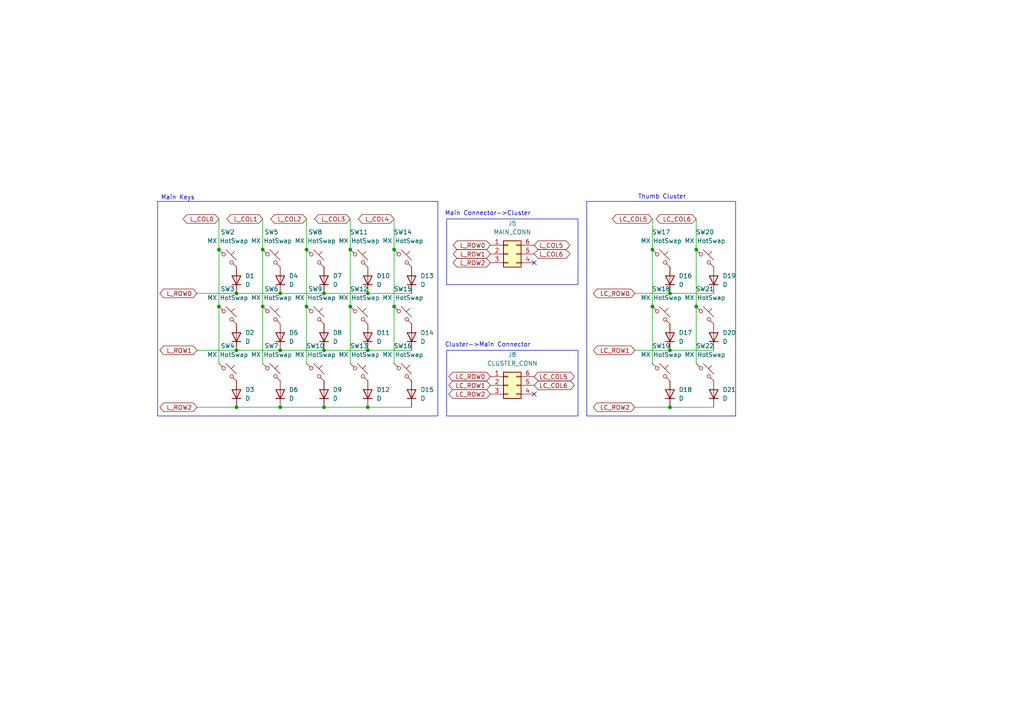
<source format=kicad_sch>
(kicad_sch (version 20250114) (generator "eeschema") (generator_version "9.0")
  (paper "A4")
  (lib_symbols
    (symbol "Connector_Generic:Conn_02x03_Counter_Clockwise" (pin_names (offset 1.016) (hide yes))
      (property "Reference" "J" (at 1.27 5.08 0))
      (property "Value" "Conn_02x03_Counter_Clockwise" (at 1.27 -5.08 0))
      (symbol "Conn_02x03_Counter_Clockwise_1_1"
        (rectangle (start -1.27 3.81) (end 3.81 -3.81) (stroke (width 0.254)) (fill (type background)))
        (rectangle (start -1.27 2.667) (end 0 2.413) (stroke (width 0.1524)))
        (rectangle (start -1.27 0.127) (end 0 -0.127) (stroke (width 0.1524)))
        (rectangle (start -1.27 -2.413) (end 0 -2.667) (stroke (width 0.1524)))
        (rectangle (start 3.81 2.667) (end 2.54 2.413) (stroke (width 0.1524)))
        (rectangle (start 3.81 0.127) (end 2.54 -0.127) (stroke (width 0.1524)))
        (rectangle (start 3.81 -2.413) (end 2.54 -2.667) (stroke (width 0.1524)))
        (pin passive line (at -5.08 2.54 0) (length 3.81) (name "Pin_1") (number "1"))
        (pin passive line (at -5.08 0 0) (length 3.81) (name "Pin_2") (number "2"))
        (pin passive line (at -5.08 -2.54 0) (length 3.81) (name "Pin_3") (number "3"))
        (pin passive line (at 7.62 2.54 180) (length 3.81) (name "Pin_6") (number "6"))
        (pin passive line (at 7.62 0 180) (length 3.81) (name "Pin_5") (number "5"))
        (pin passive line (at 7.62 -2.54 180) (length 3.81) (name "Pin_4") (number "4"))
      )
    )
    (symbol "Device:D" (pin_numbers (hide yes)) (pin_names (offset 1.016) (hide yes))
      (property "Reference" "D" (at 0 2.54 0))
      (property "Value" "D" (at 0 -2.54 0))
      (symbol "D_0_1"
        (polyline (pts (xy -1.27 1.27) (xy -1.27 -1.27)) (stroke (width 0.254)))
        (polyline (pts (xy 1.27 1.27) (xy 1.27 -1.27) (xy -1.27 0) (xy 1.27 1.27)) (stroke (width 0.254)))
        (polyline (pts (xy 1.27 0) (xy -1.27 0)))
      )
      (symbol "D_1_1"
        (pin passive line (at -3.81 0 0) (length 2.54) (name "K") (number "1"))
        (pin passive line (at 3.81 0 180) (length 2.54) (name "A") (number "2"))
      )
    )
    (symbol "Switch:SW_Push_45deg" (pin_numbers (hide yes)) (pin_names (offset 1.016) (hide yes))
      (property "Reference" "SW" (at 3.048 1.016 0))
      (property "Value" "SW_Push_45deg" (at 0 -3.81 0))
      (symbol "SW_Push_45deg_0_1"
        (polyline (pts (xy -2.54 2.54) (xy -1.524 1.524) (xy -1.524 1.524)))
        (circle (center -1.1684 1.1684) (radius 0.508))
        (polyline (pts (xy -0.508 2.54) (xy 2.54 -0.508)))
        (polyline (pts (xy 1.016 1.016) (xy 2.032 2.032)))
        (circle (center 1.143 -1.1938) (radius 0.508))
        (polyline (pts (xy 1.524 -1.524) (xy 2.54 -2.54) (xy 2.54 -2.54) (xy 2.54 -2.54)))
        (pin passive line (at -2.54 2.54 0) (length 0) (name "1") (number "1"))
        (pin passive line (at 2.54 -2.54 180) (length 0) (name "2") (number "2"))
      )
    )
  )
  (rectangle (start 170.18 58.42) (end 213.36 120.65))
  (rectangle (start 129.54 63.5) (end 167.64 82.55))
  (rectangle (start 129.54 101.6) (end 167.64 120.65))
  (rectangle (start 45.72 58.42) (end 127 120.65))
  (text "Cluster->Main Connector" (at 141.478 100.076 0) (effects (font (size 1.27 1.27))))
  (text "Thumb Cluster" (at 192.024 57.15 0) (effects (font (size 1.27 1.27))))
  (text "Main Keys\n" (at 51.562 57.404 0) (effects (font (size 1.27 1.27))))
  (text "Main Connector->Cluster" (at 141.478 61.976 0) (effects (font (size 1.27 1.27))))
  (junction (at 81.28 118.11))
  (junction (at 93.98 85.09))
  (junction (at 76.2 88.9))
  (junction (at 93.98 101.6))
  (junction (at 81.28 101.6))
  (junction (at 201.93 88.9))
  (junction (at 189.23 72.39))
  (junction (at 101.6 72.39))
  (junction (at 88.9 88.9))
  (junction (at 194.31 85.09))
  (junction (at 114.3 72.39))
  (junction (at 106.68 85.09))
  (junction (at 189.23 88.9))
  (junction (at 68.58 118.11))
  (junction (at 63.5 72.39))
  (junction (at 81.28 85.09))
  (junction (at 93.98 118.11))
  (junction (at 76.2 72.39))
  (junction (at 194.31 118.11))
  (junction (at 201.93 72.39))
  (junction (at 88.9 72.39))
  (junction (at 68.58 101.6))
  (junction (at 63.5 88.9))
  (junction (at 106.68 118.11))
  (junction (at 68.58 85.09))
  (junction (at 114.3 88.9))
  (junction (at 101.6 88.9))
  (junction (at 194.31 101.6))
  (junction (at 106.68 101.6))
  (no_connect (at 154.94 114.3))
  (no_connect (at 154.94 76.2))
  (wire (pts (xy 76.2 88.9) (xy 76.2 105.41)))
  (wire (pts (xy 106.68 118.11) (xy 119.38 118.11)))
  (wire (pts (xy 101.6 88.9) (xy 101.6 105.41)))
  (wire (pts (xy 114.3 63.5) (xy 114.3 72.39)))
  (wire (pts (xy 57.15 118.11) (xy 68.58 118.11)))
  (wire (pts (xy 93.98 118.11) (xy 106.68 118.11)))
  (wire (pts (xy 184.15 85.09) (xy 194.31 85.09)))
  (wire (pts (xy 106.68 85.09) (xy 119.38 85.09)))
  (wire (pts (xy 68.58 118.11) (xy 81.28 118.11)))
  (wire (pts (xy 57.15 101.6) (xy 68.58 101.6)))
  (wire (pts (xy 201.93 72.39) (xy 201.93 88.9)))
  (wire (pts (xy 88.9 88.9) (xy 88.9 105.41)))
  (wire (pts (xy 57.15 85.09) (xy 68.58 85.09)))
  (wire (pts (xy 88.9 72.39) (xy 88.9 88.9)))
  (wire (pts (xy 76.2 63.5) (xy 76.2 72.39)))
  (wire (pts (xy 101.6 63.5) (xy 101.6 72.39)))
  (wire (pts (xy 194.31 118.11) (xy 207.01 118.11)))
  (wire (pts (xy 114.3 88.9) (xy 114.3 105.41)))
  (wire (pts (xy 81.28 101.6) (xy 93.98 101.6)))
  (wire (pts (xy 194.31 85.09) (xy 207.01 85.09)))
  (wire (pts (xy 76.2 72.39) (xy 76.2 88.9)))
  (wire (pts (xy 68.58 85.09) (xy 81.28 85.09)))
  (wire (pts (xy 93.98 101.6) (xy 106.68 101.6)))
  (wire (pts (xy 101.6 72.39) (xy 101.6 88.9)))
  (wire (pts (xy 184.15 118.11) (xy 194.31 118.11)))
  (wire (pts (xy 106.68 101.6) (xy 119.38 101.6)))
  (wire (pts (xy 201.93 88.9) (xy 201.93 105.41)))
  (wire (pts (xy 63.5 88.9) (xy 63.5 105.41)))
  (wire (pts (xy 93.98 85.09) (xy 106.68 85.09)))
  (wire (pts (xy 63.5 63.5) (xy 63.5 72.39)))
  (wire (pts (xy 194.31 101.6) (xy 207.01 101.6)))
  (wire (pts (xy 189.23 63.5) (xy 189.23 72.39)))
  (wire (pts (xy 88.9 63.5) (xy 88.9 72.39)))
  (wire (pts (xy 201.93 63.5) (xy 201.93 72.39)))
  (wire (pts (xy 114.3 72.39) (xy 114.3 88.9)))
  (wire (pts (xy 189.23 72.39) (xy 189.23 88.9)))
  (wire (pts (xy 81.28 118.11) (xy 93.98 118.11)))
  (wire (pts (xy 63.5 72.39) (xy 63.5 88.9)))
  (wire (pts (xy 189.23 88.9) (xy 189.23 105.41)))
  (wire (pts (xy 68.58 101.6) (xy 81.28 101.6)))
  (wire (pts (xy 184.15 101.6) (xy 194.31 101.6)))
  (wire (pts (xy 81.28 85.09) (xy 93.98 85.09)))
  (global_label "L_ROW0" (shape bidirectional) (at 57.15 85.09 180) (property "Intersheetrefs" "${INTERSHEET_REFS}" (effects (hide yes))))
  (global_label "L_COL6" (shape bidirectional) (at 154.94 73.66 0) (property "Intersheetrefs" "${INTERSHEET_REFS}" (effects (hide yes))))
  (global_label "LC_ROW1" (shape bidirectional) (at 184.15 101.6 180) (property "Intersheetrefs" "${INTERSHEET_REFS}" (effects (hide yes))))
  (global_label "LC_COL5" (shape bidirectional) (at 189.23 63.5 180) (property "Intersheetrefs" "${INTERSHEET_REFS}" (effects (hide yes))))
  (global_label "LC_ROW0" (shape bidirectional) (at 142.24 109.22 180) (property "Intersheetrefs" "${INTERSHEET_REFS}" (effects (hide yes))))
  (global_label "L_ROW1" (shape bidirectional) (at 57.15 101.6 180) (property "Intersheetrefs" "${INTERSHEET_REFS}" (effects (hide yes))))
  (global_label "LC_COL6" (shape bidirectional) (at 154.94 111.76 0) (property "Intersheetrefs" "${INTERSHEET_REFS}" (effects (hide yes))))
  (global_label "L_ROW2" (shape bidirectional) (at 142.24 76.2 180) (property "Intersheetrefs" "${INTERSHEET_REFS}" (effects (hide yes))))
  (global_label "L_ROW2" (shape bidirectional) (at 57.15 118.11 180) (property "Intersheetrefs" "${INTERSHEET_REFS}" (effects (hide yes))))
  (global_label "LC_COL6" (shape bidirectional) (at 201.93 63.5 180) (property "Intersheetrefs" "${INTERSHEET_REFS}" (effects (hide yes))))
  (global_label "L_COL1" (shape bidirectional) (at 76.2 63.5 180) (property "Intersheetrefs" "${INTERSHEET_REFS}" (effects (hide yes))))
  (global_label "L_COL2" (shape bidirectional) (at 88.9 63.5 180) (property "Intersheetrefs" "${INTERSHEET_REFS}" (effects (hide yes))))
  (global_label "LC_ROW1" (shape bidirectional) (at 142.24 111.76 180) (property "Intersheetrefs" "${INTERSHEET_REFS}" (effects (hide yes))))
  (global_label "LC_ROW2" (shape bidirectional) (at 184.15 118.11 180) (property "Intersheetrefs" "${INTERSHEET_REFS}" (effects (hide yes))))
  (global_label "LC_COL5" (shape bidirectional) (at 154.94 109.22 0) (property "Intersheetrefs" "${INTERSHEET_REFS}" (effects (hide yes))))
  (global_label "L_COL5" (shape bidirectional) (at 154.94 71.12 0) (property "Intersheetrefs" "${INTERSHEET_REFS}" (effects (hide yes))))
  (global_label "LC_ROW0" (shape bidirectional) (at 184.15 85.09 180) (property "Intersheetrefs" "${INTERSHEET_REFS}" (effects (hide yes))))
  (global_label "L_ROW0" (shape bidirectional) (at 142.24 71.12 180) (property "Intersheetrefs" "${INTERSHEET_REFS}" (effects (hide yes))))
  (global_label "L_COL4" (shape bidirectional) (at 114.3 63.5 180) (property "Intersheetrefs" "${INTERSHEET_REFS}" (effects (hide yes))))
  (global_label "LC_ROW2" (shape bidirectional) (at 142.24 114.3 180) (property "Intersheetrefs" "${INTERSHEET_REFS}" (effects (hide yes))))
  (global_label "L_COL0" (shape bidirectional) (at 63.5 63.5 180) (property "Intersheetrefs" "${INTERSHEET_REFS}" (effects (hide yes))))
  (global_label "L_ROW1" (shape bidirectional) (at 142.24 73.66 180) (property "Intersheetrefs" "${INTERSHEET_REFS}" (effects (hide yes))))
  (global_label "L_COL3" (shape bidirectional) (at 101.6 63.5 180) (property "Intersheetrefs" "${INTERSHEET_REFS}" (effects (hide yes))))
  (symbol (lib_id "Device:D") (at 68.58 114.3 90) (unit 1)
    (property "Reference" "D3" (at 71.12 113.0299 90) (effects (justify right)))
    (property "Value" "D" (at 71.12 115.5699 90) (effects (justify right)))
    (property "Footprint" "Diode_SMD:D_0603_1608Metric_Pad1.05x0.95mm_HandSolder" (effects (hide yes)))
    (property "Description" "Diode" (effects (hide yes)))
    (property "Sim.Device" "D" (effects (hide yes)))
    (property "Sim.Pins" "1=K 2=A" (effects (hide yes)))
  )
  (symbol (lib_id "Switch:SW_Push_45deg") (at 78.74 74.93 0) (unit 1)
    (property "Reference" "SW5" (at 78.74 67.31 0))
    (property "Value" "MX HotSwap" (at 78.74 69.85 0))
    (property "Footprint" "MX_Hotswap:MX-Hotswap-1U" (effects (hide yes)))
    (property "Description" "Push button switch, normally open, two pins, 45° tilted" (effects (hide yes)))
  )
  (symbol (lib_id "Switch:SW_Push_45deg") (at 78.74 91.44 0) (unit 1)
    (property "Reference" "SW6" (at 78.74 83.82 0))
    (property "Value" "MX HotSwap" (at 78.74 86.36 0))
    (property "Footprint" "MX_Hotswap:MX-Hotswap-1U" (effects (hide yes)))
    (property "Description" "Push button switch, normally open, two pins, 45° tilted" (effects (hide yes)))
  )
  (symbol (lib_id "Device:D") (at 106.68 114.3 90) (unit 1)
    (property "Reference" "D12" (at 109.22 113.0299 90) (effects (justify right)))
    (property "Value" "D" (at 109.22 115.5699 90) (effects (justify right)))
    (property "Footprint" "Diode_SMD:D_0603_1608Metric_Pad1.05x0.95mm_HandSolder" (effects (hide yes)))
    (property "Description" "Diode" (effects (hide yes)))
    (property "Sim.Device" "D" (effects (hide yes)))
    (property "Sim.Pins" "1=K 2=A" (effects (hide yes)))
  )
  (symbol (lib_id "Switch:SW_Push_45deg") (at 104.14 74.93 0) (unit 1)
    (property "Reference" "SW11" (at 104.14 67.31 0))
    (property "Value" "MX HotSwap" (at 104.14 69.85 0))
    (property "Footprint" "MX_Hotswap:MX-Hotswap-1U" (effects (hide yes)))
    (property "Description" "Push button switch, normally open, two pins, 45° tilted" (effects (hide yes)))
  )
  (symbol (lib_id "Switch:SW_Push_45deg") (at 66.04 91.44 0) (unit 1)
    (property "Reference" "SW3" (at 66.04 83.82 0))
    (property "Value" "MX HotSwap" (at 66.04 86.36 0))
    (property "Footprint" "MX_Hotswap:MX-Hotswap-1U" (effects (hide yes)))
    (property "Description" "Push button switch, normally open, two pins, 45° tilted" (effects (hide yes)))
  )
  (symbol (lib_id "Device:D") (at 93.98 81.28 90) (unit 1)
    (property "Reference" "D7" (at 96.52 80.0099 90) (effects (justify right)))
    (property "Value" "D" (at 96.52 82.5499 90) (effects (justify right)))
    (property "Footprint" "Diode_SMD:D_0603_1608Metric_Pad1.05x0.95mm_HandSolder" (effects (hide yes)))
    (property "Description" "Diode" (effects (hide yes)))
    (property "Sim.Device" "D" (effects (hide yes)))
    (property "Sim.Pins" "1=K 2=A" (effects (hide yes)))
  )
  (symbol (lib_id "Device:D") (at 207.01 81.28 90) (unit 1)
    (property "Reference" "D19" (at 209.55 80.0099 90) (effects (justify right)))
    (property "Value" "D" (at 209.55 82.5499 90) (effects (justify right)))
    (property "Footprint" "Diode_SMD:D_0603_1608Metric_Pad1.05x0.95mm_HandSolder" (effects (hide yes)))
    (property "Description" "Diode" (effects (hide yes)))
    (property "Sim.Device" "D" (effects (hide yes)))
    (property "Sim.Pins" "1=K 2=A" (effects (hide yes)))
  )
  (symbol (lib_id "Switch:SW_Push_45deg") (at 204.47 107.95 0) (unit 1)
    (property "Reference" "SW22" (at 204.47 100.33 0))
    (property "Value" "MX HotSwap" (at 204.47 102.87 0))
    (property "Footprint" "MX_Hotswap:MX-Hotswap-1U" (effects (hide yes)))
    (property "Description" "Push button switch, normally open, two pins, 45° tilted" (effects (hide yes)))
  )
  (symbol (lib_id "Switch:SW_Push_45deg") (at 91.44 74.93 0) (unit 1)
    (property "Reference" "SW8" (at 91.44 67.31 0))
    (property "Value" "MX HotSwap" (at 91.44 69.85 0))
    (property "Footprint" "MX_Hotswap:MX-Hotswap-1U" (effects (hide yes)))
    (property "Description" "Push button switch, normally open, two pins, 45° tilted" (effects (hide yes)))
  )
  (symbol (lib_id "Switch:SW_Push_45deg") (at 191.77 91.44 0) (unit 1)
    (property "Reference" "SW18" (at 191.77 83.82 0))
    (property "Value" "MX HotSwap" (at 191.77 86.36 0))
    (property "Footprint" "MX_Hotswap:MX-Hotswap-2U" (effects (hide yes)))
    (property "Description" "Push button switch, normally open, two pins, 45° tilted" (effects (hide yes)))
  )
  (symbol (lib_id "Switch:SW_Push_45deg") (at 66.04 107.95 0) (unit 1)
    (property "Reference" "SW4" (at 66.04 100.33 0))
    (property "Value" "MX HotSwap" (at 66.04 102.87 0))
    (property "Footprint" "MX_Hotswap:MX-Hotswap-1U" (effects (hide yes)))
    (property "Description" "Push button switch, normally open, two pins, 45° tilted" (effects (hide yes)))
  )
  (symbol (lib_id "Device:D") (at 68.58 81.28 90) (unit 1)
    (property "Reference" "D1" (at 71.12 80.0099 90) (effects (justify right)))
    (property "Value" "D" (at 71.12 82.5499 90) (effects (justify right)))
    (property "Footprint" "Diode_SMD:D_0603_1608Metric_Pad1.05x0.95mm_HandSolder" (effects (hide yes)))
    (property "Description" "Diode" (effects (hide yes)))
    (property "Sim.Device" "D" (effects (hide yes)))
    (property "Sim.Pins" "1=K 2=A" (effects (hide yes)))
  )
  (symbol (lib_id "Device:D") (at 207.01 97.79 90) (unit 1)
    (property "Reference" "D20" (at 209.55 96.5199 90) (effects (justify right)))
    (property "Value" "D" (at 209.55 99.0599 90) (effects (justify right)))
    (property "Footprint" "Diode_SMD:D_0603_1608Metric_Pad1.05x0.95mm_HandSolder" (effects (hide yes)))
    (property "Description" "Diode" (effects (hide yes)))
    (property "Sim.Device" "D" (effects (hide yes)))
    (property "Sim.Pins" "1=K 2=A" (effects (hide yes)))
  )
  (symbol (lib_id "Device:D") (at 81.28 114.3 90) (unit 1)
    (property "Reference" "D6" (at 83.82 113.0299 90) (effects (justify right)))
    (property "Value" "D" (at 83.82 115.5699 90) (effects (justify right)))
    (property "Footprint" "Diode_SMD:D_0603_1608Metric_Pad1.05x0.95mm_HandSolder" (effects (hide yes)))
    (property "Description" "Diode" (effects (hide yes)))
    (property "Sim.Device" "D" (effects (hide yes)))
    (property "Sim.Pins" "1=K 2=A" (effects (hide yes)))
  )
  (symbol (lib_id "Device:D") (at 106.68 97.79 90) (unit 1)
    (property "Reference" "D11" (at 109.22 96.5199 90) (effects (justify right)))
    (property "Value" "D" (at 109.22 99.0599 90) (effects (justify right)))
    (property "Footprint" "Diode_SMD:D_0603_1608Metric_Pad1.05x0.95mm_HandSolder" (effects (hide yes)))
    (property "Description" "Diode" (effects (hide yes)))
    (property "Sim.Device" "D" (effects (hide yes)))
    (property "Sim.Pins" "1=K 2=A" (effects (hide yes)))
  )
  (symbol (lib_id "Device:D") (at 81.28 81.28 90) (unit 1)
    (property "Reference" "D4" (at 83.82 80.0099 90) (effects (justify right)))
    (property "Value" "D" (at 83.82 82.5499 90) (effects (justify right)))
    (property "Footprint" "Diode_SMD:D_0603_1608Metric_Pad1.05x0.95mm_HandSolder" (effects (hide yes)))
    (property "Description" "Diode" (effects (hide yes)))
    (property "Sim.Device" "D" (effects (hide yes)))
    (property "Sim.Pins" "1=K 2=A" (effects (hide yes)))
  )
  (symbol (lib_id "Switch:SW_Push_45deg") (at 116.84 91.44 0) (unit 1)
    (property "Reference" "SW15" (at 116.84 83.82 0))
    (property "Value" "MX HotSwap" (at 116.84 86.36 0))
    (property "Footprint" "MX_Hotswap:MX-Hotswap-1U" (effects (hide yes)))
    (property "Description" "Push button switch, normally open, two pins, 45° tilted" (effects (hide yes)))
  )
  (symbol (lib_id "Device:D") (at 93.98 114.3 90) (unit 1)
    (property "Reference" "D9" (at 96.52 113.0299 90) (effects (justify right)))
    (property "Value" "D" (at 96.52 115.5699 90) (effects (justify right)))
    (property "Footprint" "Diode_SMD:D_0603_1608Metric_Pad1.05x0.95mm_HandSolder" (effects (hide yes)))
    (property "Description" "Diode" (effects (hide yes)))
    (property "Sim.Device" "D" (effects (hide yes)))
    (property "Sim.Pins" "1=K 2=A" (effects (hide yes)))
  )
  (symbol (lib_id "Device:D") (at 93.98 97.79 90) (unit 1)
    (property "Reference" "D8" (at 96.52 96.5199 90) (effects (justify right)))
    (property "Value" "D" (at 96.52 99.0599 90) (effects (justify right)))
    (property "Footprint" "Diode_SMD:D_0603_1608Metric_Pad1.05x0.95mm_HandSolder" (effects (hide yes)))
    (property "Description" "Diode" (effects (hide yes)))
    (property "Sim.Device" "D" (effects (hide yes)))
    (property "Sim.Pins" "1=K 2=A" (effects (hide yes)))
  )
  (symbol (lib_id "Connector_Generic:Conn_02x03_Counter_Clockwise") (at 147.32 111.76 0) (unit 1)
    (property "Reference" "J8" (at 148.59 102.87 0))
    (property "Value" "CLUSTER_CONN" (at 148.59 105.41 0))
    (property "Footprint" "Connector_IDC:IDC-Header_2x03_P2.54mm_Horizontal" (effects (hide yes)))
    (property "Description" "Generic connector, double row, 02x03, counter clockwise pin numbering scheme (similar to DIP package numbering), script generated (kicad-library-utils/schlib/autogen/connector/)" (effects (hide yes)))
  )
  (symbol (lib_id "Switch:SW_Push_45deg") (at 104.14 91.44 0) (unit 1)
    (property "Reference" "SW12" (at 104.14 83.82 0))
    (property "Value" "MX HotSwap" (at 104.14 86.36 0))
    (property "Footprint" "MX_Hotswap:MX-Hotswap-1U" (effects (hide yes)))
    (property "Description" "Push button switch, normally open, two pins, 45° tilted" (effects (hide yes)))
  )
  (symbol (lib_id "Device:D") (at 119.38 114.3 90) (unit 1)
    (property "Reference" "D15" (at 121.92 113.0299 90) (effects (justify right)))
    (property "Value" "D" (at 121.92 115.5699 90) (effects (justify right)))
    (property "Footprint" "Diode_SMD:D_0603_1608Metric_Pad1.05x0.95mm_HandSolder" (effects (hide yes)))
    (property "Description" "Diode" (effects (hide yes)))
    (property "Sim.Device" "D" (effects (hide yes)))
    (property "Sim.Pins" "1=K 2=A" (effects (hide yes)))
  )
  (symbol (lib_id "Device:D") (at 81.28 97.79 90) (unit 1)
    (property "Reference" "D5" (at 83.82 96.5199 90) (effects (justify right)))
    (property "Value" "D" (at 83.82 99.0599 90) (effects (justify right)))
    (property "Footprint" "Diode_SMD:D_0603_1608Metric_Pad1.05x0.95mm_HandSolder" (effects (hide yes)))
    (property "Description" "Diode" (effects (hide yes)))
    (property "Sim.Device" "D" (effects (hide yes)))
    (property "Sim.Pins" "1=K 2=A" (effects (hide yes)))
  )
  (symbol (lib_id "Device:D") (at 106.68 81.28 90) (unit 1)
    (property "Reference" "D10" (at 109.22 80.0099 90) (effects (justify right)))
    (property "Value" "D" (at 109.22 82.5499 90) (effects (justify right)))
    (property "Footprint" "Diode_SMD:D_0603_1608Metric_Pad1.05x0.95mm_HandSolder" (effects (hide yes)))
    (property "Description" "Diode" (effects (hide yes)))
    (property "Sim.Device" "D" (effects (hide yes)))
    (property "Sim.Pins" "1=K 2=A" (effects (hide yes)))
  )
  (symbol (lib_id "Device:D") (at 119.38 81.28 90) (unit 1)
    (property "Reference" "D13" (at 121.92 80.0099 90) (effects (justify right)))
    (property "Value" "D" (at 121.92 82.5499 90) (effects (justify right)))
    (property "Footprint" "Diode_SMD:D_0603_1608Metric_Pad1.05x0.95mm_HandSolder" (effects (hide yes)))
    (property "Description" "Diode" (effects (hide yes)))
    (property "Sim.Device" "D" (effects (hide yes)))
    (property "Sim.Pins" "1=K 2=A" (effects (hide yes)))
  )
  (symbol (lib_id "Switch:SW_Push_45deg") (at 116.84 74.93 0) (unit 1)
    (property "Reference" "SW14" (at 116.84 67.31 0))
    (property "Value" "MX HotSwap" (at 116.84 69.85 0))
    (property "Footprint" "MX_Hotswap:MX-Hotswap-1U" (effects (hide yes)))
    (property "Description" "Push button switch, normally open, two pins, 45° tilted" (effects (hide yes)))
  )
  (symbol (lib_id "Switch:SW_Push_45deg") (at 204.47 74.93 0) (unit 1)
    (property "Reference" "SW20" (at 204.47 67.31 0))
    (property "Value" "MX HotSwap" (at 204.47 69.85 0))
    (property "Footprint" "MX_Hotswap:MX-Hotswap-1U" (effects (hide yes)))
    (property "Description" "Push button switch, normally open, two pins, 45° tilted" (effects (hide yes)))
  )
  (symbol (lib_id "Switch:SW_Push_45deg") (at 204.47 91.44 0) (unit 1)
    (property "Reference" "SW21" (at 204.47 83.82 0))
    (property "Value" "MX HotSwap" (at 204.47 86.36 0))
    (property "Footprint" "MX_Hotswap:MX-Hotswap-1U" (effects (hide yes)))
    (property "Description" "Push button switch, normally open, two pins, 45° tilted" (effects (hide yes)))
  )
  (symbol (lib_id "Device:D") (at 194.31 97.79 90) (unit 1)
    (property "Reference" "D17" (at 196.85 96.5199 90) (effects (justify right)))
    (property "Value" "D" (at 196.85 99.0599 90) (effects (justify right)))
    (property "Footprint" "Diode_SMD:D_0603_1608Metric_Pad1.05x0.95mm_HandSolder" (effects (hide yes)))
    (property "Description" "Diode" (effects (hide yes)))
    (property "Sim.Device" "D" (effects (hide yes)))
    (property "Sim.Pins" "1=K 2=A" (effects (hide yes)))
  )
  (symbol (lib_id "Switch:SW_Push_45deg") (at 104.14 107.95 0) (unit 1)
    (property "Reference" "SW13" (at 104.14 100.33 0))
    (property "Value" "MX HotSwap" (at 104.14 102.87 0))
    (property "Footprint" "MX_Hotswap:MX-Hotswap-1U" (effects (hide yes)))
    (property "Description" "Push button switch, normally open, two pins, 45° tilted" (effects (hide yes)))
  )
  (symbol (lib_id "Switch:SW_Push_45deg") (at 191.77 74.93 0) (unit 1)
    (property "Reference" "SW17" (at 191.77 67.31 0))
    (property "Value" "MX HotSwap" (at 191.77 69.85 0))
    (property "Footprint" "MX_Hotswap:MX-Hotswap-1U" (effects (hide yes)))
    (property "Description" "Push button switch, normally open, two pins, 45° tilted" (effects (hide yes)))
  )
  (symbol (lib_id "Switch:SW_Push_45deg") (at 78.74 107.95 0) (unit 1)
    (property "Reference" "SW7" (at 78.74 100.33 0))
    (property "Value" "MX HotSwap" (at 78.74 102.87 0))
    (property "Footprint" "MX_Hotswap:MX-Hotswap-1U" (effects (hide yes)))
    (property "Description" "Push button switch, normally open, two pins, 45° tilted" (effects (hide yes)))
  )
  (symbol (lib_id "Device:D") (at 68.58 97.79 90) (unit 1)
    (property "Reference" "D2" (at 71.12 96.5199 90) (effects (justify right)))
    (property "Value" "D" (at 71.12 99.0599 90) (effects (justify right)))
    (property "Footprint" "Diode_SMD:D_0603_1608Metric_Pad1.05x0.95mm_HandSolder" (effects (hide yes)))
    (property "Description" "Diode" (effects (hide yes)))
    (property "Sim.Device" "D" (effects (hide yes)))
    (property "Sim.Pins" "1=K 2=A" (effects (hide yes)))
  )
  (symbol (lib_id "Switch:SW_Push_45deg") (at 116.84 107.95 0) (unit 1)
    (property "Reference" "SW16" (at 116.84 100.33 0))
    (property "Value" "MX HotSwap" (at 116.84 102.87 0))
    (property "Footprint" "MX_Hotswap:MX-Hotswap-1U" (effects (hide yes)))
    (property "Description" "Push button switch, normally open, two pins, 45° tilted" (effects (hide yes)))
  )
  (symbol (lib_id "Device:D") (at 194.31 114.3 90) (unit 1)
    (property "Reference" "D18" (at 196.85 113.0299 90) (effects (justify right)))
    (property "Value" "D" (at 196.85 115.5699 90) (effects (justify right)))
    (property "Footprint" "Diode_SMD:D_0603_1608Metric_Pad1.05x0.95mm_HandSolder" (effects (hide yes)))
    (property "Description" "Diode" (effects (hide yes)))
    (property "Sim.Device" "D" (effects (hide yes)))
    (property "Sim.Pins" "1=K 2=A" (effects (hide yes)))
  )
  (symbol (lib_id "Switch:SW_Push_45deg") (at 191.77 107.95 0) (unit 1)
    (property "Reference" "SW19" (at 191.77 100.33 0))
    (property "Value" "MX HotSwap" (at 191.77 102.87 0))
    (property "Footprint" "MX_Hotswap:MX-Hotswap-2U" (effects (hide yes)))
    (property "Description" "Push button switch, normally open, two pins, 45° tilted" (effects (hide yes)))
  )
  (symbol (lib_id "Switch:SW_Push_45deg") (at 91.44 107.95 0) (unit 1)
    (property "Reference" "SW10" (at 91.44 100.33 0))
    (property "Value" "MX HotSwap" (at 91.44 102.87 0))
    (property "Footprint" "MX_Hotswap:MX-Hotswap-1U" (effects (hide yes)))
    (property "Description" "Push button switch, normally open, two pins, 45° tilted" (effects (hide yes)))
  )
  (symbol (lib_id "Device:D") (at 194.31 81.28 90) (unit 1)
    (property "Reference" "D16" (at 196.85 80.0099 90) (effects (justify right)))
    (property "Value" "D" (at 196.85 82.5499 90) (effects (justify right)))
    (property "Footprint" "Diode_SMD:D_0603_1608Metric_Pad1.05x0.95mm_HandSolder" (effects (hide yes)))
    (property "Description" "Diode" (effects (hide yes)))
    (property "Sim.Device" "D" (effects (hide yes)))
    (property "Sim.Pins" "1=K 2=A" (effects (hide yes)))
  )
  (symbol (lib_id "Switch:SW_Push_45deg") (at 91.44 91.44 0) (unit 1)
    (property "Reference" "SW9" (at 91.44 83.82 0))
    (property "Value" "MX HotSwap" (at 91.44 86.36 0))
    (property "Footprint" "MX_Hotswap:MX-Hotswap-1U" (effects (hide yes)))
    (property "Description" "Push button switch, normally open, two pins, 45° tilted" (effects (hide yes)))
  )
  (symbol (lib_id "Device:D") (at 119.38 97.79 90) (unit 1)
    (property "Reference" "D14" (at 121.92 96.5199 90) (effects (justify right)))
    (property "Value" "D" (at 121.92 99.0599 90) (effects (justify right)))
    (property "Footprint" "Diode_SMD:D_0603_1608Metric_Pad1.05x0.95mm_HandSolder" (effects (hide yes)))
    (property "Description" "Diode" (effects (hide yes)))
    (property "Sim.Device" "D" (effects (hide yes)))
    (property "Sim.Pins" "1=K 2=A" (effects (hide yes)))
  )
  (symbol (lib_id "Connector_Generic:Conn_02x03_Counter_Clockwise") (at 147.32 73.66 0) (unit 1)
    (property "Reference" "J5" (at 148.59 64.77 0))
    (property "Value" "MAIN_CONN" (at 148.59 67.31 0))
    (property "Footprint" "Connector_IDC:IDC-Header_2x03_P2.54mm_Horizontal" (effects (hide yes)))
    (property "Description" "Generic connector, double row, 02x03, counter clockwise pin numbering scheme (similar to DIP package numbering), script generated (kicad-library-utils/schlib/autogen/connector/)" (effects (hide yes)))
  )
  (symbol (lib_id "Device:D") (at 207.01 114.3 90) (unit 1)
    (property "Reference" "D21" (at 209.55 113.0299 90) (effects (justify right)))
    (property "Value" "D" (at 209.55 115.5699 90) (effects (justify right)))
    (property "Footprint" "Diode_SMD:D_0603_1608Metric_Pad1.05x0.95mm_HandSolder" (effects (hide yes)))
    (property "Description" "Diode" (effects (hide yes)))
    (property "Sim.Device" "D" (effects (hide yes)))
    (property "Sim.Pins" "1=K 2=A" (effects (hide yes)))
  )
  (symbol (lib_id "Switch:SW_Push_45deg") (at 66.04 74.93 0) (unit 1)
    (property "Reference" "SW2" (at 66.04 67.31 0))
    (property "Value" "MX HotSwap" (at 66.04 69.85 0))
    (property "Footprint" "MX_Hotswap:MX-Hotswap-1U" (effects (hide yes)))
    (property "Description" "Push button switch, normally open, two pins, 45° tilted" (effects (hide yes)))
  )
)
</source>
